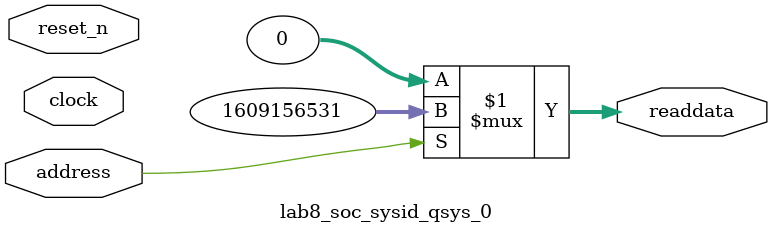
<source format=v>



// synthesis translate_off
`timescale 1ns / 1ps
// synthesis translate_on

// turn off superfluous verilog processor warnings 
// altera message_level Level1 
// altera message_off 10034 10035 10036 10037 10230 10240 10030 

module lab8_soc_sysid_qsys_0 (
               // inputs:
                address,
                clock,
                reset_n,

               // outputs:
                readdata
             )
;

  output  [ 31: 0] readdata;
  input            address;
  input            clock;
  input            reset_n;

  wire    [ 31: 0] readdata;
  //control_slave, which is an e_avalon_slave
  assign readdata = address ? 1609156531 : 0;

endmodule



</source>
